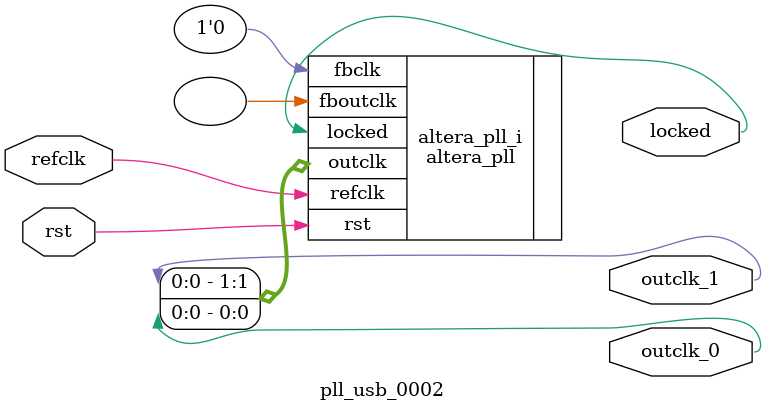
<source format=v>
`timescale 1ns/10ps
module  pll_usb_0002(

	// interface 'refclk'
	input wire refclk,

	// interface 'reset'
	input wire rst,

	// interface 'outclk0'
	output wire outclk_0,

	// interface 'outclk1'
	output wire outclk_1,

	// interface 'locked'
	output wire locked
);

	altera_pll #(
		.fractional_vco_multiplier("true"),
		.reference_clock_frequency("50.0 MHz"),
		.operation_mode("normal"),
		.number_of_clocks(2),
		.output_clock_frequency0("48.000000 MHz"),
		.phase_shift0("0 ps"),
		.duty_cycle0(50),
		.output_clock_frequency1("54.000000 MHz"),
		.phase_shift1("0 ps"),
		.duty_cycle1(50),
		.output_clock_frequency2("0 MHz"),
		.phase_shift2("0 ps"),
		.duty_cycle2(50),
		.output_clock_frequency3("0 MHz"),
		.phase_shift3("0 ps"),
		.duty_cycle3(50),
		.output_clock_frequency4("0 MHz"),
		.phase_shift4("0 ps"),
		.duty_cycle4(50),
		.output_clock_frequency5("0 MHz"),
		.phase_shift5("0 ps"),
		.duty_cycle5(50),
		.output_clock_frequency6("0 MHz"),
		.phase_shift6("0 ps"),
		.duty_cycle6(50),
		.output_clock_frequency7("0 MHz"),
		.phase_shift7("0 ps"),
		.duty_cycle7(50),
		.output_clock_frequency8("0 MHz"),
		.phase_shift8("0 ps"),
		.duty_cycle8(50),
		.output_clock_frequency9("0 MHz"),
		.phase_shift9("0 ps"),
		.duty_cycle9(50),
		.output_clock_frequency10("0 MHz"),
		.phase_shift10("0 ps"),
		.duty_cycle10(50),
		.output_clock_frequency11("0 MHz"),
		.phase_shift11("0 ps"),
		.duty_cycle11(50),
		.output_clock_frequency12("0 MHz"),
		.phase_shift12("0 ps"),
		.duty_cycle12(50),
		.output_clock_frequency13("0 MHz"),
		.phase_shift13("0 ps"),
		.duty_cycle13(50),
		.output_clock_frequency14("0 MHz"),
		.phase_shift14("0 ps"),
		.duty_cycle14(50),
		.output_clock_frequency15("0 MHz"),
		.phase_shift15("0 ps"),
		.duty_cycle15(50),
		.output_clock_frequency16("0 MHz"),
		.phase_shift16("0 ps"),
		.duty_cycle16(50),
		.output_clock_frequency17("0 MHz"),
		.phase_shift17("0 ps"),
		.duty_cycle17(50),
		.pll_type("General"),
		.pll_subtype("General")
	) altera_pll_i (
		.rst	(rst),
		.outclk	({outclk_1, outclk_0}),
		.locked	(locked),
		.fboutclk	( ),
		.fbclk	(1'b0),
		.refclk	(refclk)
	);
endmodule


</source>
